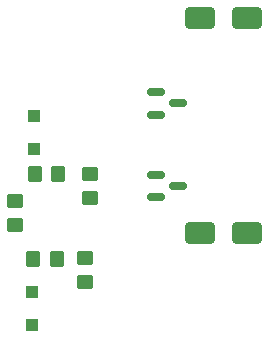
<source format=gbr>
%TF.GenerationSoftware,KiCad,Pcbnew,7.0.1*%
%TF.CreationDate,2023-05-02T18:28:53-06:00*%
%TF.ProjectId,contactor_controller,636f6e74-6163-4746-9f72-5f636f6e7472,rev?*%
%TF.SameCoordinates,Original*%
%TF.FileFunction,Paste,Top*%
%TF.FilePolarity,Positive*%
%FSLAX46Y46*%
G04 Gerber Fmt 4.6, Leading zero omitted, Abs format (unit mm)*
G04 Created by KiCad (PCBNEW 7.0.1) date 2023-05-02 18:28:53*
%MOMM*%
%LPD*%
G01*
G04 APERTURE LIST*
G04 Aperture macros list*
%AMRoundRect*
0 Rectangle with rounded corners*
0 $1 Rounding radius*
0 $2 $3 $4 $5 $6 $7 $8 $9 X,Y pos of 4 corners*
0 Add a 4 corners polygon primitive as box body*
4,1,4,$2,$3,$4,$5,$6,$7,$8,$9,$2,$3,0*
0 Add four circle primitives for the rounded corners*
1,1,$1+$1,$2,$3*
1,1,$1+$1,$4,$5*
1,1,$1+$1,$6,$7*
1,1,$1+$1,$8,$9*
0 Add four rect primitives between the rounded corners*
20,1,$1+$1,$2,$3,$4,$5,0*
20,1,$1+$1,$4,$5,$6,$7,0*
20,1,$1+$1,$6,$7,$8,$9,0*
20,1,$1+$1,$8,$9,$2,$3,0*%
G04 Aperture macros list end*
%ADD10RoundRect,0.250000X-0.300000X0.300000X-0.300000X-0.300000X0.300000X-0.300000X0.300000X0.300000X0*%
%ADD11RoundRect,0.250000X0.300000X-0.300000X0.300000X0.300000X-0.300000X0.300000X-0.300000X-0.300000X0*%
%ADD12RoundRect,0.250000X0.450000X-0.350000X0.450000X0.350000X-0.450000X0.350000X-0.450000X-0.350000X0*%
%ADD13RoundRect,0.250000X1.000000X0.650000X-1.000000X0.650000X-1.000000X-0.650000X1.000000X-0.650000X0*%
%ADD14RoundRect,0.150000X-0.587500X-0.150000X0.587500X-0.150000X0.587500X0.150000X-0.587500X0.150000X0*%
%ADD15RoundRect,0.250000X-0.450000X0.350000X-0.450000X-0.350000X0.450000X-0.350000X0.450000X0.350000X0*%
%ADD16RoundRect,0.250000X-0.350000X-0.450000X0.350000X-0.450000X0.350000X0.450000X-0.350000X0.450000X0*%
G04 APERTURE END LIST*
D10*
%TO.C,D4*%
X129300000Y-111000000D03*
X129300000Y-113800000D03*
%TD*%
D11*
%TO.C,D3*%
X129400000Y-98900000D03*
X129400000Y-96100000D03*
%TD*%
D12*
%TO.C,R5*%
X127800000Y-105300000D03*
X127800000Y-103300000D03*
%TD*%
D13*
%TO.C,D2*%
X147500000Y-87800000D03*
X143500000Y-87800000D03*
%TD*%
D14*
%TO.C,Q1*%
X139725000Y-94050000D03*
X139725000Y-95950000D03*
X141600000Y-95000000D03*
%TD*%
D15*
%TO.C,R3*%
X133750000Y-108100000D03*
X133750000Y-110100000D03*
%TD*%
D14*
%TO.C,Q2*%
X139725000Y-101050000D03*
X139725000Y-102950000D03*
X141600000Y-102000000D03*
%TD*%
D15*
%TO.C,R4*%
X134200000Y-101000000D03*
X134200000Y-103000000D03*
%TD*%
D16*
%TO.C,R2*%
X129350000Y-108200000D03*
X131350000Y-108200000D03*
%TD*%
%TO.C,R1*%
X129500000Y-101000000D03*
X131500000Y-101000000D03*
%TD*%
D13*
%TO.C,D1*%
X147500000Y-106000000D03*
X143500000Y-106000000D03*
%TD*%
M02*

</source>
